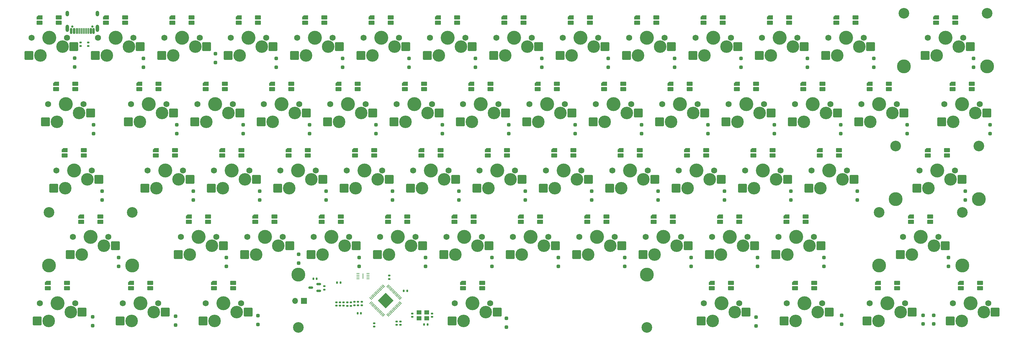
<source format=gbr>
%TF.GenerationSoftware,KiCad,Pcbnew,8.0.3*%
%TF.CreationDate,2024-12-09T14:43:44+08:00*%
%TF.ProjectId,PH60_Rev3,50483630-5f52-4657-9633-2e6b69636164,rev?*%
%TF.SameCoordinates,Original*%
%TF.FileFunction,Soldermask,Bot*%
%TF.FilePolarity,Negative*%
%FSLAX46Y46*%
G04 Gerber Fmt 4.6, Leading zero omitted, Abs format (unit mm)*
G04 Created by KiCad (PCBNEW 8.0.3) date 2024-12-09 14:43:44*
%MOMM*%
%LPD*%
G01*
G04 APERTURE LIST*
G04 Aperture macros list*
%AMRoundRect*
0 Rectangle with rounded corners*
0 $1 Rounding radius*
0 $2 $3 $4 $5 $6 $7 $8 $9 X,Y pos of 4 corners*
0 Add a 4 corners polygon primitive as box body*
4,1,4,$2,$3,$4,$5,$6,$7,$8,$9,$2,$3,0*
0 Add four circle primitives for the rounded corners*
1,1,$1+$1,$2,$3*
1,1,$1+$1,$4,$5*
1,1,$1+$1,$6,$7*
1,1,$1+$1,$8,$9*
0 Add four rect primitives between the rounded corners*
20,1,$1+$1,$2,$3,$4,$5,0*
20,1,$1+$1,$4,$5,$6,$7,0*
20,1,$1+$1,$6,$7,$8,$9,0*
20,1,$1+$1,$8,$9,$2,$3,0*%
%AMRotRect*
0 Rectangle, with rotation*
0 The origin of the aperture is its center*
0 $1 length*
0 $2 width*
0 $3 Rotation angle, in degrees counterclockwise*
0 Add horizontal line*
21,1,$1,$2,0,0,$3*%
%AMFreePoly0*
4,1,18,-0.600000,0.730000,-0.590866,0.775922,-0.564853,0.814853,-0.525922,0.840866,-0.480000,0.850000,0.480000,0.850000,0.525922,0.840866,0.564853,0.814853,0.590866,0.775922,0.600000,0.730000,0.600000,-0.730000,0.590866,-0.775922,0.564853,-0.814853,0.525922,-0.840866,0.480000,-0.850000,-0.120000,-0.850000,-0.600000,-0.370000,-0.600000,0.730000,-0.600000,0.730000,$1*%
G04 Aperture macros list end*
%ADD10C,3.048000*%
%ADD11C,3.987800*%
%ADD12RoundRect,0.250000X1.025000X1.000000X-1.025000X1.000000X-1.025000X-1.000000X1.025000X-1.000000X0*%
%ADD13C,1.750000*%
%ADD14C,4.000000*%
%ADD15C,3.600000*%
%ADD16RoundRect,0.250000X0.250000X-0.250000X0.250000X0.250000X-0.250000X0.250000X-0.250000X-0.250000X0*%
%ADD17RoundRect,0.120000X-0.730000X0.480000X-0.730000X-0.480000X0.730000X-0.480000X0.730000X0.480000X0*%
%ADD18FreePoly0,270.000000*%
%ADD19RoundRect,0.140000X0.140000X0.170000X-0.140000X0.170000X-0.140000X-0.170000X0.140000X-0.170000X0*%
%ADD20RoundRect,0.140000X0.170000X-0.140000X0.170000X0.140000X-0.170000X0.140000X-0.170000X-0.140000X0*%
%ADD21RoundRect,0.140000X-0.170000X0.140000X-0.170000X-0.140000X0.170000X-0.140000X0.170000X0.140000X0*%
%ADD22RoundRect,0.150000X0.512500X0.150000X-0.512500X0.150000X-0.512500X-0.150000X0.512500X-0.150000X0*%
%ADD23RoundRect,0.050000X0.238649X0.309359X-0.309359X-0.238649X-0.238649X-0.309359X0.309359X0.238649X0*%
%ADD24RoundRect,0.050000X-0.238649X0.309359X-0.309359X0.238649X0.238649X-0.309359X0.309359X-0.238649X0*%
%ADD25RotRect,3.200000X3.200000X225.000000*%
%ADD26RoundRect,0.135000X0.135000X0.185000X-0.135000X0.185000X-0.135000X-0.185000X0.135000X-0.185000X0*%
%ADD27RoundRect,0.135000X-0.185000X0.135000X-0.185000X-0.135000X0.185000X-0.135000X0.185000X0.135000X0*%
%ADD28RoundRect,0.135000X0.185000X-0.135000X0.185000X0.135000X-0.185000X0.135000X-0.185000X-0.135000X0*%
%ADD29R,1.700000X1.700000*%
%ADD30O,1.700000X1.700000*%
%ADD31RoundRect,0.140000X-0.140000X-0.170000X0.140000X-0.170000X0.140000X0.170000X-0.140000X0.170000X0*%
%ADD32RoundRect,0.062500X0.387500X0.062500X-0.387500X0.062500X-0.387500X-0.062500X0.387500X-0.062500X0*%
%ADD33R,0.200000X1.600000*%
%ADD34RoundRect,0.135000X-0.135000X-0.185000X0.135000X-0.185000X0.135000X0.185000X-0.135000X0.185000X0*%
%ADD35C,0.650000*%
%ADD36RoundRect,0.150000X-0.150000X-0.670000X0.150000X-0.670000X0.150000X0.670000X-0.150000X0.670000X0*%
%ADD37RoundRect,0.075000X-0.075000X-0.745000X0.075000X-0.745000X0.075000X0.745000X-0.075000X0.745000X0*%
%ADD38O,1.000000X1.600000*%
%ADD39O,1.000000X2.100000*%
%ADD40R,1.400000X1.200000*%
G04 APERTURE END LIST*
D10*
%TO.C,ST1*%
X280955800Y-69215000D03*
D11*
X280955800Y-84425000D03*
D10*
X304831800Y-69215000D03*
D11*
X304831800Y-84425000D03*
%TD*%
D12*
%TO.C,S30*%
X78522500Y-78740000D03*
D13*
X76517500Y-76200000D03*
D14*
X71437500Y-76200000D03*
D13*
X66357500Y-76200000D03*
D12*
X65595500Y-81280000D03*
D15*
X75247500Y-78740000D03*
X68897500Y-81280000D03*
%TD*%
D12*
%TO.C,S27*%
X283310000Y-59690000D03*
D13*
X281305000Y-57150000D03*
D14*
X276225000Y-57150000D03*
D13*
X271145000Y-57150000D03*
D12*
X270383000Y-62230000D03*
D15*
X280035000Y-59690000D03*
X273685000Y-62230000D03*
%TD*%
D12*
%TO.C,S32*%
X116622500Y-78740000D03*
D13*
X114617500Y-76200000D03*
D14*
X109537500Y-76200000D03*
D13*
X104457500Y-76200000D03*
D12*
X103695500Y-81280000D03*
D15*
X113347500Y-78740000D03*
X106997500Y-81280000D03*
%TD*%
D12*
%TO.C,S38*%
X230922500Y-78740000D03*
D13*
X228917500Y-76200000D03*
D14*
X223837500Y-76200000D03*
D13*
X218757500Y-76200000D03*
D12*
X217995500Y-81280000D03*
D15*
X227647500Y-78740000D03*
X221297500Y-81280000D03*
%TD*%
D12*
%TO.C,S35*%
X173772500Y-78740000D03*
D13*
X171767500Y-76200000D03*
D14*
X166687500Y-76200000D03*
D13*
X161607500Y-76200000D03*
D12*
X160845500Y-81280000D03*
D15*
X170497500Y-78740000D03*
X164147500Y-81280000D03*
%TD*%
D12*
%TO.C,S4*%
X102335000Y-40640000D03*
D13*
X100330000Y-38100000D03*
D14*
X95250000Y-38100000D03*
D13*
X90170000Y-38100000D03*
D12*
X89408000Y-43180000D03*
D15*
X99060000Y-40640000D03*
X92710000Y-43180000D03*
%TD*%
D12*
%TO.C,S2*%
X64235000Y-40640000D03*
D13*
X62230000Y-38100000D03*
D14*
X57150000Y-38100000D03*
D13*
X52070000Y-38100000D03*
D12*
X51308000Y-43180000D03*
D15*
X60960000Y-40640000D03*
X54610000Y-43180000D03*
%TD*%
D12*
%TO.C,S22*%
X188060000Y-59690000D03*
D13*
X186055000Y-57150000D03*
D14*
X180975000Y-57150000D03*
D13*
X175895000Y-57150000D03*
D12*
X175133000Y-62230000D03*
D15*
X184785000Y-59690000D03*
X178435000Y-62230000D03*
%TD*%
D12*
%TO.C,S28*%
X307122500Y-59690000D03*
D13*
X305117500Y-57150000D03*
D14*
X300037500Y-57150000D03*
D13*
X294957500Y-57150000D03*
D12*
X294195500Y-62230000D03*
D15*
X303847500Y-59690000D03*
X297497500Y-62230000D03*
%TD*%
D12*
%TO.C,S46*%
X145197500Y-97790000D03*
D13*
X143192500Y-95250000D03*
D14*
X138112500Y-95250000D03*
D13*
X133032500Y-95250000D03*
D12*
X132270500Y-100330000D03*
D15*
X141922500Y-97790000D03*
X135572500Y-100330000D03*
%TD*%
D12*
%TO.C,S1*%
X45185000Y-40640000D03*
D13*
X43180000Y-38100000D03*
D14*
X38100000Y-38100000D03*
D13*
X33020000Y-38100000D03*
D12*
X32258000Y-43180000D03*
D15*
X41910000Y-40640000D03*
X35560000Y-43180000D03*
%TD*%
D12*
%TO.C,S54*%
X47566250Y-116840000D03*
D13*
X45561250Y-114300000D03*
D14*
X40481250Y-114300000D03*
D13*
X35401250Y-114300000D03*
D12*
X34639250Y-119380000D03*
D15*
X44291250Y-116840000D03*
X37941250Y-119380000D03*
%TD*%
D12*
%TO.C,S10*%
X216635000Y-40640000D03*
D13*
X214630000Y-38100000D03*
D14*
X209550000Y-38100000D03*
D13*
X204470000Y-38100000D03*
D12*
X203708000Y-43180000D03*
D15*
X213360000Y-40640000D03*
X207010000Y-43180000D03*
%TD*%
D10*
%TO.C,ST0*%
X283337000Y-31115000D03*
D11*
X283337000Y-46325000D03*
D10*
X307213000Y-31115000D03*
D11*
X307213000Y-46325000D03*
%TD*%
D12*
%TO.C,S34*%
X154722500Y-78740000D03*
D13*
X152717500Y-76200000D03*
D14*
X147637500Y-76200000D03*
D13*
X142557500Y-76200000D03*
D12*
X141795500Y-81280000D03*
D15*
X151447500Y-78740000D03*
X145097500Y-81280000D03*
%TD*%
D12*
%TO.C,S15*%
X49947500Y-59690000D03*
D13*
X47942500Y-57150000D03*
D14*
X42862500Y-57150000D03*
D13*
X37782500Y-57150000D03*
D12*
X37020500Y-62230000D03*
D15*
X46672500Y-59690000D03*
X40322500Y-62230000D03*
%TD*%
D12*
%TO.C,S56*%
X95191250Y-116840000D03*
D13*
X93186250Y-114300000D03*
D14*
X88106250Y-114300000D03*
D13*
X83026250Y-114300000D03*
D12*
X82264250Y-119380000D03*
D15*
X91916250Y-116840000D03*
X85566250Y-119380000D03*
%TD*%
D10*
%TO.C,ST4*%
X209543750Y-121285000D03*
D11*
X209543750Y-106075000D03*
D10*
X109543750Y-121285000D03*
D11*
X109543750Y-106075000D03*
%TD*%
D12*
%TO.C,S20*%
X149960000Y-59690000D03*
D13*
X147955000Y-57150000D03*
D14*
X142875000Y-57150000D03*
D13*
X137795000Y-57150000D03*
D12*
X137033000Y-62230000D03*
D15*
X146685000Y-59690000D03*
X140335000Y-62230000D03*
%TD*%
D12*
%TO.C,S17*%
X92810000Y-59690000D03*
D13*
X90805000Y-57150000D03*
D14*
X85725000Y-57150000D03*
D13*
X80645000Y-57150000D03*
D12*
X79883000Y-62230000D03*
D15*
X89535000Y-59690000D03*
X83185000Y-62230000D03*
%TD*%
D12*
%TO.C,S31*%
X97572500Y-78740000D03*
D13*
X95567500Y-76200000D03*
D14*
X90487500Y-76200000D03*
D13*
X85407500Y-76200000D03*
D12*
X84645500Y-81280000D03*
D15*
X94297500Y-78740000D03*
X87947500Y-81280000D03*
%TD*%
D10*
%TO.C,ST2*%
X276193300Y-88265000D03*
D11*
X276193300Y-103475000D03*
D10*
X300069300Y-88265000D03*
D11*
X300069300Y-103475000D03*
%TD*%
D12*
%TO.C,S48*%
X183297500Y-97790000D03*
D13*
X181292500Y-95250000D03*
D14*
X176212500Y-95250000D03*
D13*
X171132500Y-95250000D03*
D12*
X170370500Y-100330000D03*
D15*
X180022500Y-97790000D03*
X173672500Y-100330000D03*
%TD*%
D12*
%TO.C,S51*%
X240447500Y-97790000D03*
D13*
X238442500Y-95250000D03*
D14*
X233362500Y-95250000D03*
D13*
X228282500Y-95250000D03*
D12*
X227520500Y-100330000D03*
D15*
X237172500Y-97790000D03*
X230822500Y-100330000D03*
%TD*%
D12*
%TO.C,S23*%
X207110000Y-59690000D03*
D13*
X205105000Y-57150000D03*
D14*
X200025000Y-57150000D03*
D13*
X194945000Y-57150000D03*
D12*
X194183000Y-62230000D03*
D15*
X203835000Y-59690000D03*
X197485000Y-62230000D03*
%TD*%
D12*
%TO.C,S50*%
X221397500Y-97790000D03*
D13*
X219392500Y-95250000D03*
D14*
X214312500Y-95250000D03*
D13*
X209232500Y-95250000D03*
D12*
X208470500Y-100330000D03*
D15*
X218122500Y-97790000D03*
X211772500Y-100330000D03*
%TD*%
D12*
%TO.C,S18*%
X111860000Y-59690000D03*
D13*
X109855000Y-57150000D03*
D14*
X104775000Y-57150000D03*
D13*
X99695000Y-57150000D03*
D12*
X98933000Y-62230000D03*
D15*
X108585000Y-59690000D03*
X102235000Y-62230000D03*
%TD*%
D12*
%TO.C,S33*%
X135672500Y-78740000D03*
D13*
X133667500Y-76200000D03*
D14*
X128587500Y-76200000D03*
D13*
X123507500Y-76200000D03*
D12*
X122745500Y-81280000D03*
D15*
X132397500Y-78740000D03*
X126047500Y-81280000D03*
%TD*%
D12*
%TO.C,S16*%
X73760000Y-59690000D03*
D13*
X71755000Y-57150000D03*
D14*
X66675000Y-57150000D03*
D13*
X61595000Y-57150000D03*
D12*
X60833000Y-62230000D03*
D15*
X70485000Y-59690000D03*
X64135000Y-62230000D03*
%TD*%
D12*
%TO.C,S60*%
X285691250Y-116840000D03*
D13*
X283686250Y-114300000D03*
D14*
X278606250Y-114300000D03*
D13*
X273526250Y-114300000D03*
D12*
X272764250Y-119380000D03*
D15*
X282416250Y-116840000D03*
X276066250Y-119380000D03*
%TD*%
D12*
%TO.C,S43*%
X88047500Y-97790000D03*
D13*
X86042500Y-95250000D03*
D14*
X80962500Y-95250000D03*
D13*
X75882500Y-95250000D03*
D12*
X75120500Y-100330000D03*
D15*
X84772500Y-97790000D03*
X78422500Y-100330000D03*
%TD*%
D12*
%TO.C,S58*%
X238066250Y-116840000D03*
D13*
X236061250Y-114300000D03*
D14*
X230981250Y-114300000D03*
D13*
X225901250Y-114300000D03*
D12*
X225139250Y-119380000D03*
D15*
X234791250Y-116840000D03*
X228441250Y-119380000D03*
%TD*%
D12*
%TO.C,S24*%
X226160000Y-59690000D03*
D13*
X224155000Y-57150000D03*
D14*
X219075000Y-57150000D03*
D13*
X213995000Y-57150000D03*
D12*
X213233000Y-62230000D03*
D15*
X222885000Y-59690000D03*
X216535000Y-62230000D03*
%TD*%
D12*
%TO.C,S29*%
X52328750Y-78740000D03*
D13*
X50323750Y-76200000D03*
D14*
X45243750Y-76200000D03*
D13*
X40163750Y-76200000D03*
D12*
X39401750Y-81280000D03*
D15*
X49053750Y-78740000D03*
X42703750Y-81280000D03*
%TD*%
D12*
%TO.C,S37*%
X211872500Y-78740000D03*
D13*
X209867500Y-76200000D03*
D14*
X204787500Y-76200000D03*
D13*
X199707500Y-76200000D03*
D12*
X198945500Y-81280000D03*
D15*
X208597500Y-78740000D03*
X202247500Y-81280000D03*
%TD*%
D12*
%TO.C,S3*%
X83285000Y-40640000D03*
D13*
X81280000Y-38100000D03*
D14*
X76200000Y-38100000D03*
D13*
X71120000Y-38100000D03*
D12*
X70358000Y-43180000D03*
D15*
X80010000Y-40640000D03*
X73660000Y-43180000D03*
%TD*%
D12*
%TO.C,S61*%
X309503750Y-116840000D03*
D13*
X307498750Y-114300000D03*
D14*
X302418750Y-114300000D03*
D13*
X297338750Y-114300000D03*
D12*
X296576750Y-119380000D03*
D15*
X306228750Y-116840000D03*
X299878750Y-119380000D03*
%TD*%
D12*
%TO.C,S36*%
X192822500Y-78740000D03*
D13*
X190817500Y-76200000D03*
D14*
X185737500Y-76200000D03*
D13*
X180657500Y-76200000D03*
D12*
X179895500Y-81280000D03*
D15*
X189547500Y-78740000D03*
X183197500Y-81280000D03*
%TD*%
D12*
%TO.C,S6*%
X140435000Y-40640000D03*
D13*
X138430000Y-38100000D03*
D14*
X133350000Y-38100000D03*
D13*
X128270000Y-38100000D03*
D12*
X127508000Y-43180000D03*
D15*
X137160000Y-40640000D03*
X130810000Y-43180000D03*
%TD*%
D10*
%TO.C,ST3*%
X38068250Y-88265000D03*
D11*
X38068250Y-103475000D03*
D10*
X61944250Y-88265000D03*
D11*
X61944250Y-103475000D03*
%TD*%
D12*
%TO.C,S55*%
X71378750Y-116840000D03*
D13*
X69373750Y-114300000D03*
D14*
X64293750Y-114300000D03*
D13*
X59213750Y-114300000D03*
D12*
X58451750Y-119380000D03*
D15*
X68103750Y-116840000D03*
X61753750Y-119380000D03*
%TD*%
D12*
%TO.C,S25*%
X245210000Y-59690000D03*
D13*
X243205000Y-57150000D03*
D14*
X238125000Y-57150000D03*
D13*
X233045000Y-57150000D03*
D12*
X232283000Y-62230000D03*
D15*
X241935000Y-59690000D03*
X235585000Y-62230000D03*
%TD*%
D12*
%TO.C,S9*%
X197585000Y-40640000D03*
D13*
X195580000Y-38100000D03*
D14*
X190500000Y-38100000D03*
D13*
X185420000Y-38100000D03*
D12*
X184658000Y-43180000D03*
D15*
X194310000Y-40640000D03*
X187960000Y-43180000D03*
%TD*%
D12*
%TO.C,S26*%
X264260000Y-59690000D03*
D13*
X262255000Y-57150000D03*
D14*
X257175000Y-57150000D03*
D13*
X252095000Y-57150000D03*
D12*
X251333000Y-62230000D03*
D15*
X260985000Y-59690000D03*
X254635000Y-62230000D03*
%TD*%
D12*
%TO.C,S11*%
X235685000Y-40640000D03*
D13*
X233680000Y-38100000D03*
D14*
X228600000Y-38100000D03*
D13*
X223520000Y-38100000D03*
D12*
X222758000Y-43180000D03*
D15*
X232410000Y-40640000D03*
X226060000Y-43180000D03*
%TD*%
D12*
%TO.C,S59*%
X261878750Y-116840000D03*
D13*
X259873750Y-114300000D03*
D14*
X254793750Y-114300000D03*
D13*
X249713750Y-114300000D03*
D12*
X248951750Y-119380000D03*
D15*
X258603750Y-116840000D03*
X252253750Y-119380000D03*
%TD*%
D12*
%TO.C,S53*%
X295216250Y-97790000D03*
D13*
X293211250Y-95250000D03*
D14*
X288131250Y-95250000D03*
D13*
X283051250Y-95250000D03*
D12*
X282289250Y-100330000D03*
D15*
X291941250Y-97790000D03*
X285591250Y-100330000D03*
%TD*%
D12*
%TO.C,S12*%
X254735000Y-40640000D03*
D13*
X252730000Y-38100000D03*
D14*
X247650000Y-38100000D03*
D13*
X242570000Y-38100000D03*
D12*
X241808000Y-43180000D03*
D15*
X251460000Y-40640000D03*
X245110000Y-43180000D03*
%TD*%
D12*
%TO.C,S57*%
X166628750Y-116840000D03*
D13*
X164623750Y-114300000D03*
D14*
X159543750Y-114300000D03*
D13*
X154463750Y-114300000D03*
D12*
X153701750Y-119380000D03*
D15*
X163353750Y-116840000D03*
X157003750Y-119380000D03*
%TD*%
D12*
%TO.C,S8*%
X178535000Y-40640000D03*
D13*
X176530000Y-38100000D03*
D14*
X171450000Y-38100000D03*
D13*
X166370000Y-38100000D03*
D12*
X165608000Y-43180000D03*
D15*
X175260000Y-40640000D03*
X168910000Y-43180000D03*
%TD*%
D12*
%TO.C,S13*%
X273785000Y-40640000D03*
D13*
X271780000Y-38100000D03*
D14*
X266700000Y-38100000D03*
D13*
X261620000Y-38100000D03*
D12*
X260858000Y-43180000D03*
D15*
X270510000Y-40640000D03*
X264160000Y-43180000D03*
%TD*%
D12*
%TO.C,S14*%
X302360000Y-40640000D03*
D13*
X300355000Y-38100000D03*
D14*
X295275000Y-38100000D03*
D13*
X290195000Y-38100000D03*
D12*
X289433000Y-43180000D03*
D15*
X299085000Y-40640000D03*
X292735000Y-43180000D03*
%TD*%
D12*
%TO.C,S21*%
X169010000Y-59690000D03*
D13*
X167005000Y-57150000D03*
D14*
X161925000Y-57150000D03*
D13*
X156845000Y-57150000D03*
D12*
X156083000Y-62230000D03*
D15*
X165735000Y-59690000D03*
X159385000Y-62230000D03*
%TD*%
D12*
%TO.C,S19*%
X130910000Y-59690000D03*
D13*
X128905000Y-57150000D03*
D14*
X123825000Y-57150000D03*
D13*
X118745000Y-57150000D03*
D12*
X117983000Y-62230000D03*
D15*
X127635000Y-59690000D03*
X121285000Y-62230000D03*
%TD*%
D12*
%TO.C,S5*%
X121385000Y-40640000D03*
D13*
X119380000Y-38100000D03*
D14*
X114300000Y-38100000D03*
D13*
X109220000Y-38100000D03*
D12*
X108458000Y-43180000D03*
D15*
X118110000Y-40640000D03*
X111760000Y-43180000D03*
%TD*%
D12*
%TO.C,S45*%
X126147500Y-97790000D03*
D13*
X124142500Y-95250000D03*
D14*
X119062500Y-95250000D03*
D13*
X113982500Y-95250000D03*
D12*
X113220500Y-100330000D03*
D15*
X122872500Y-97790000D03*
X116522500Y-100330000D03*
%TD*%
D12*
%TO.C,S52*%
X259497500Y-97790000D03*
D13*
X257492500Y-95250000D03*
D14*
X252412500Y-95250000D03*
D13*
X247332500Y-95250000D03*
D12*
X246570500Y-100330000D03*
D15*
X256222500Y-97790000D03*
X249872500Y-100330000D03*
%TD*%
D12*
%TO.C,S7*%
X159485000Y-40640000D03*
D13*
X157480000Y-38100000D03*
D14*
X152400000Y-38100000D03*
D13*
X147320000Y-38100000D03*
D12*
X146558000Y-43180000D03*
D15*
X156210000Y-40640000D03*
X149860000Y-43180000D03*
%TD*%
D12*
%TO.C,S41*%
X299978750Y-78740000D03*
D13*
X297973750Y-76200000D03*
D14*
X292893750Y-76200000D03*
D13*
X287813750Y-76200000D03*
D12*
X287051750Y-81280000D03*
D15*
X296703750Y-78740000D03*
X290353750Y-81280000D03*
%TD*%
D12*
%TO.C,S49*%
X202347500Y-97790000D03*
D13*
X200342500Y-95250000D03*
D14*
X195262500Y-95250000D03*
D13*
X190182500Y-95250000D03*
D12*
X189420500Y-100330000D03*
D15*
X199072500Y-97790000D03*
X192722500Y-100330000D03*
%TD*%
D12*
%TO.C,S44*%
X107097500Y-97790000D03*
D13*
X105092500Y-95250000D03*
D14*
X100012500Y-95250000D03*
D13*
X94932500Y-95250000D03*
D12*
X94170500Y-100330000D03*
D15*
X103822500Y-97790000D03*
X97472500Y-100330000D03*
%TD*%
D12*
%TO.C,S39*%
X249972500Y-78740000D03*
D13*
X247967500Y-76200000D03*
D14*
X242887500Y-76200000D03*
D13*
X237807500Y-76200000D03*
D12*
X237045500Y-81280000D03*
D15*
X246697500Y-78740000D03*
X240347500Y-81280000D03*
%TD*%
D12*
%TO.C,S40*%
X269022500Y-78740000D03*
D13*
X267017500Y-76200000D03*
D14*
X261937500Y-76200000D03*
D13*
X256857500Y-76200000D03*
D12*
X256095500Y-81280000D03*
D15*
X265747500Y-78740000D03*
X259397500Y-81280000D03*
%TD*%
D12*
%TO.C,S47*%
X164247500Y-97790000D03*
D13*
X162242500Y-95250000D03*
D14*
X157162500Y-95250000D03*
D13*
X152082500Y-95250000D03*
D12*
X151320500Y-100330000D03*
D15*
X160972500Y-97790000D03*
X154622500Y-100330000D03*
%TD*%
D12*
%TO.C,S42*%
X57091250Y-97790000D03*
D13*
X55086250Y-95250000D03*
D14*
X50006250Y-95250000D03*
D13*
X44926250Y-95250000D03*
D12*
X44164250Y-100330000D03*
D15*
X53816250Y-97790000D03*
X47466250Y-100330000D03*
%TD*%
D16*
%TO.C,D21*%
X169924999Y-65600000D03*
X169924999Y-63100000D03*
%TD*%
D17*
%TO.C,RGB20*%
X145625000Y-52820000D03*
X145625000Y-51320000D03*
D18*
X140125000Y-51320000D03*
D17*
X140125000Y-52820000D03*
%TD*%
D19*
%TO.C,C13*%
X127555000Y-117185000D03*
X126595000Y-117185000D03*
%TD*%
D20*
%TO.C,C3*%
X147975000Y-118225000D03*
X147975000Y-117265000D03*
%TD*%
D16*
%TO.C,D46*%
X146112499Y-103700000D03*
X146112499Y-101200000D03*
%TD*%
%TO.C,D55*%
X74335000Y-120535000D03*
X74335000Y-118035000D03*
%TD*%
D17*
%TO.C,RGB58*%
X233731250Y-109970000D03*
X233731250Y-108470000D03*
D18*
X228231250Y-108470000D03*
D17*
X228231250Y-109970000D03*
%TD*%
%TO.C,RGB14*%
X298025000Y-33770000D03*
X298025000Y-32270000D03*
D18*
X292525000Y-32270000D03*
D17*
X292525000Y-33770000D03*
%TD*%
D21*
%TO.C,C8*%
X120485000Y-114015000D03*
X120485000Y-114975000D03*
%TD*%
D20*
%TO.C,C18*%
X117065000Y-110375000D03*
X117065000Y-109415000D03*
%TD*%
D22*
%TO.C,U1*%
X115425000Y-108825000D03*
X115425000Y-110725000D03*
X113150000Y-109775000D03*
%TD*%
D17*
%TO.C,RGB55*%
X67043750Y-109970000D03*
X67043750Y-108470000D03*
D18*
X61543750Y-108470000D03*
D17*
X61543750Y-109970000D03*
%TD*%
%TO.C,RGB42*%
X52756250Y-90920000D03*
X52756250Y-89420000D03*
D18*
X47256250Y-89420000D03*
D17*
X47256250Y-90920000D03*
%TD*%
D16*
%TO.C,D7*%
X160399999Y-46550000D03*
X160399999Y-44050000D03*
%TD*%
D23*
%TO.C,U3*%
X135227202Y-109271249D03*
X135510045Y-109554092D03*
X135792887Y-109836934D03*
X136075730Y-110119777D03*
X136358573Y-110402620D03*
X136641415Y-110685462D03*
X136924258Y-110968305D03*
X137207101Y-111251148D03*
X137489944Y-111533991D03*
X137772786Y-111816833D03*
X138055629Y-112099676D03*
X138338472Y-112382519D03*
X138621314Y-112665361D03*
X138904157Y-112948204D03*
D24*
X138904157Y-114132608D03*
X138621314Y-114415451D03*
X138338472Y-114698293D03*
X138055629Y-114981136D03*
X137772786Y-115263979D03*
X137489944Y-115546821D03*
X137207101Y-115829664D03*
X136924258Y-116112507D03*
X136641415Y-116395350D03*
X136358573Y-116678192D03*
X136075730Y-116961035D03*
X135792887Y-117243878D03*
X135510045Y-117526720D03*
X135227202Y-117809563D03*
D23*
X134042798Y-117809563D03*
X133759955Y-117526720D03*
X133477113Y-117243878D03*
X133194270Y-116961035D03*
X132911427Y-116678192D03*
X132628585Y-116395350D03*
X132345742Y-116112507D03*
X132062899Y-115829664D03*
X131780056Y-115546821D03*
X131497214Y-115263979D03*
X131214371Y-114981136D03*
X130931528Y-114698293D03*
X130648686Y-114415451D03*
X130365843Y-114132608D03*
D24*
X130365843Y-112948204D03*
X130648686Y-112665361D03*
X130931528Y-112382519D03*
X131214371Y-112099676D03*
X131497214Y-111816833D03*
X131780056Y-111533991D03*
X132062899Y-111251148D03*
X132345742Y-110968305D03*
X132628585Y-110685462D03*
X132911427Y-110402620D03*
X133194270Y-110119777D03*
X133477113Y-109836934D03*
X133759955Y-109554092D03*
X134042798Y-109271249D03*
D25*
X134635000Y-113540406D03*
%TD*%
D16*
%TO.C,D15*%
X50862499Y-65600000D03*
X50862499Y-63100000D03*
%TD*%
D17*
%TO.C,RGB57*%
X162293750Y-109970000D03*
X162293750Y-108470000D03*
D18*
X156793750Y-108470000D03*
D17*
X156793750Y-109970000D03*
%TD*%
%TO.C,RGB38*%
X226587500Y-71870000D03*
X226587500Y-70370000D03*
D18*
X221087500Y-70370000D03*
D17*
X221087500Y-71870000D03*
%TD*%
%TO.C,RGB37*%
X207537500Y-71870000D03*
X207537500Y-70370000D03*
D18*
X202037500Y-70370000D03*
D17*
X202037500Y-71870000D03*
%TD*%
D16*
%TO.C,D22*%
X188974999Y-65600000D03*
X188974999Y-63100000D03*
%TD*%
%TO.C,D44*%
X109705000Y-102785000D03*
X109705000Y-100285000D03*
%TD*%
D26*
%TO.C,R5*%
X146635000Y-120365000D03*
X145615000Y-120365000D03*
%TD*%
D17*
%TO.C,RGB52*%
X255162500Y-90920000D03*
X255162500Y-89420000D03*
D18*
X249662500Y-89420000D03*
D17*
X249662500Y-90920000D03*
%TD*%
D27*
%TO.C,R7*%
X49335000Y-39475000D03*
X49335000Y-40495000D03*
%TD*%
D16*
%TO.C,D58*%
X240945000Y-120805000D03*
X240945000Y-118305000D03*
%TD*%
%TO.C,D20*%
X150874999Y-65600000D03*
X150874999Y-63100000D03*
%TD*%
D17*
%TO.C,RGB3*%
X78950000Y-33770000D03*
X78950000Y-32270000D03*
D18*
X73450000Y-32270000D03*
D17*
X73450000Y-33770000D03*
%TD*%
%TO.C,RGB60*%
X281356250Y-109970000D03*
X281356250Y-108470000D03*
D18*
X275856250Y-108470000D03*
D17*
X275856250Y-109970000D03*
%TD*%
%TO.C,RGB5*%
X117050000Y-33770000D03*
X117050000Y-32270000D03*
D18*
X111550000Y-32270000D03*
D17*
X111550000Y-33770000D03*
%TD*%
%TO.C,RGB16*%
X69425000Y-52820000D03*
X69425000Y-51320000D03*
D18*
X63925000Y-51320000D03*
D17*
X63925000Y-52820000D03*
%TD*%
D16*
%TO.C,D19*%
X131824999Y-65600000D03*
X131824999Y-63100000D03*
%TD*%
D21*
%TO.C,C16*%
X122545000Y-114025000D03*
X122545000Y-114985000D03*
%TD*%
D16*
%TO.C,D4*%
X103249999Y-46550000D03*
X103249999Y-44050000D03*
%TD*%
%TO.C,D13*%
X274699999Y-46550000D03*
X274699999Y-44050000D03*
%TD*%
%TO.C,D29*%
X53243749Y-84650000D03*
X53243749Y-82150000D03*
%TD*%
D17*
%TO.C,RGB24*%
X221825000Y-52820000D03*
X221825000Y-51320000D03*
D18*
X216325000Y-51320000D03*
D17*
X216325000Y-52820000D03*
%TD*%
D16*
%TO.C,D11*%
X236599999Y-46550000D03*
X236599999Y-44050000D03*
%TD*%
D20*
%TO.C,C5*%
X135685000Y-107325000D03*
X135685000Y-106365000D03*
%TD*%
D17*
%TO.C,RGB18*%
X107525000Y-52820000D03*
X107525000Y-51320000D03*
D18*
X102025000Y-51320000D03*
D17*
X102025000Y-52820000D03*
%TD*%
%TO.C,RGB27*%
X278975000Y-52820000D03*
X278975000Y-51320000D03*
D18*
X273475000Y-51320000D03*
D17*
X273475000Y-52820000D03*
%TD*%
%TO.C,RGB34*%
X150387500Y-71870000D03*
X150387500Y-70370000D03*
D18*
X144887500Y-70370000D03*
D17*
X144887500Y-71870000D03*
%TD*%
D16*
%TO.C,D42*%
X58006249Y-103700000D03*
X58006249Y-101200000D03*
%TD*%
D17*
%TO.C,RGB47*%
X159912500Y-90920000D03*
X159912500Y-89420000D03*
D18*
X154412500Y-89420000D03*
D17*
X154412500Y-90920000D03*
%TD*%
D21*
%TO.C,C9*%
X131375000Y-120045000D03*
X131375000Y-121005000D03*
%TD*%
D16*
%TO.C,D2*%
X65149999Y-46550000D03*
X65149999Y-44050000D03*
%TD*%
D17*
%TO.C,RGB29*%
X47993750Y-71870000D03*
X47993750Y-70370000D03*
D18*
X42493750Y-70370000D03*
D17*
X42493750Y-71870000D03*
%TD*%
%TO.C,RGB7*%
X155150000Y-33770000D03*
X155150000Y-32270000D03*
D18*
X149650000Y-32270000D03*
D17*
X149650000Y-33770000D03*
%TD*%
D16*
%TO.C,D34*%
X155637499Y-84650000D03*
X155637499Y-82150000D03*
%TD*%
D17*
%TO.C,RGB48*%
X178962500Y-90920000D03*
X178962500Y-89420000D03*
D18*
X173462500Y-89420000D03*
D17*
X173462500Y-90920000D03*
%TD*%
D16*
%TO.C,D27*%
X284224999Y-65600000D03*
X284224999Y-63100000D03*
%TD*%
D17*
%TO.C,RGB4*%
X98000000Y-33770000D03*
X98000000Y-32270000D03*
D18*
X92500000Y-32270000D03*
D17*
X92500000Y-33770000D03*
%TD*%
%TO.C,RGB17*%
X88475000Y-52820000D03*
X88475000Y-51320000D03*
D18*
X82975000Y-51320000D03*
D17*
X82975000Y-52820000D03*
%TD*%
%TO.C,RGB61*%
X305168750Y-109970000D03*
X305168750Y-108470000D03*
D18*
X299668750Y-108470000D03*
D17*
X299668750Y-109970000D03*
%TD*%
%TO.C,RGB9*%
X193250000Y-33770000D03*
X193250000Y-32270000D03*
D18*
X187750000Y-32270000D03*
D17*
X187750000Y-33770000D03*
%TD*%
%TO.C,RGB59*%
X257543750Y-109970000D03*
X257543750Y-108470000D03*
D18*
X252043750Y-108470000D03*
D17*
X252043750Y-109970000D03*
%TD*%
D28*
%TO.C,R3*%
X123625000Y-115045000D03*
X123625000Y-114025000D03*
%TD*%
D16*
%TO.C,D18*%
X112774999Y-65600000D03*
X112774999Y-63100000D03*
%TD*%
%TO.C,D30*%
X79437499Y-84650000D03*
X79437499Y-82150000D03*
%TD*%
%TO.C,D57*%
X169235000Y-121162500D03*
X169235000Y-118662500D03*
%TD*%
%TO.C,D43*%
X88962499Y-103700000D03*
X88962499Y-101200000D03*
%TD*%
%TO.C,D45*%
X127062499Y-103700000D03*
X127062499Y-101200000D03*
%TD*%
D17*
%TO.C,RGB35*%
X169437500Y-71870000D03*
X169437500Y-70370000D03*
D18*
X163937500Y-70370000D03*
D17*
X163937500Y-71870000D03*
%TD*%
D21*
%TO.C,C14*%
X121535000Y-114025000D03*
X121535000Y-114985000D03*
%TD*%
%TO.C,C10*%
X127775000Y-113905000D03*
X127775000Y-114865000D03*
%TD*%
D16*
%TO.C,D31*%
X98487499Y-84650000D03*
X98487499Y-82150000D03*
%TD*%
D27*
%TO.C,R6*%
X47135000Y-39475000D03*
X47135000Y-40495000D03*
%TD*%
D16*
%TO.C,D16*%
X74674999Y-65600000D03*
X74674999Y-63100000D03*
%TD*%
D17*
%TO.C,RGB46*%
X140862500Y-90920000D03*
X140862500Y-89420000D03*
D18*
X135362500Y-89420000D03*
D17*
X135362500Y-90920000D03*
%TD*%
D16*
%TO.C,D6*%
X141349999Y-46550000D03*
X141349999Y-44050000D03*
%TD*%
%TO.C,D48*%
X184212499Y-103700000D03*
X184212499Y-101200000D03*
%TD*%
D17*
%TO.C,RGB44*%
X102762500Y-90920000D03*
X102762500Y-89420000D03*
D18*
X97262500Y-89420000D03*
D17*
X97262500Y-90920000D03*
%TD*%
%TO.C,RGB23*%
X202775000Y-52820000D03*
X202775000Y-51320000D03*
D18*
X197275000Y-51320000D03*
D17*
X197275000Y-52820000D03*
%TD*%
%TO.C,RGB50*%
X217062500Y-90920000D03*
X217062500Y-89420000D03*
D18*
X211562500Y-89420000D03*
D17*
X211562500Y-90920000D03*
%TD*%
%TO.C,RGB33*%
X131337500Y-71870000D03*
X131337500Y-70370000D03*
D18*
X125837500Y-70370000D03*
D17*
X125837500Y-71870000D03*
%TD*%
D29*
%TO.C,J2*%
X111160000Y-113625000D03*
D30*
X108620000Y-113625000D03*
%TD*%
D17*
%TO.C,RGB26*%
X259925000Y-52820000D03*
X259925000Y-51320000D03*
D18*
X254425000Y-51320000D03*
D17*
X254425000Y-52820000D03*
%TD*%
D16*
%TO.C,D24*%
X227074999Y-65600000D03*
X227074999Y-63100000D03*
%TD*%
D21*
%TO.C,C2*%
X142285000Y-117225000D03*
X142285000Y-118185000D03*
%TD*%
D16*
%TO.C,D35*%
X174687499Y-84650000D03*
X174687499Y-82150000D03*
%TD*%
%TO.C,D38*%
X231837499Y-84650000D03*
X231837499Y-82150000D03*
%TD*%
D17*
%TO.C,RGB49*%
X198012500Y-90920000D03*
X198012500Y-89420000D03*
D18*
X192512500Y-89420000D03*
D17*
X192512500Y-90920000D03*
%TD*%
D21*
%TO.C,C12*%
X138848472Y-119532519D03*
X138848472Y-120492519D03*
%TD*%
D17*
%TO.C,RGB28*%
X302787500Y-52820000D03*
X302787500Y-51320000D03*
D18*
X297287500Y-51320000D03*
D17*
X297287500Y-52820000D03*
%TD*%
%TO.C,RGB13*%
X269450000Y-33770000D03*
X269450000Y-32270000D03*
D18*
X263950000Y-32270000D03*
D17*
X263950000Y-33770000D03*
%TD*%
%TO.C,RGB12*%
X250400000Y-33770000D03*
X250400000Y-32270000D03*
D18*
X244900000Y-32270000D03*
D17*
X244900000Y-33770000D03*
%TD*%
D31*
%TO.C,C11*%
X139835000Y-110765000D03*
X140795000Y-110765000D03*
%TD*%
D17*
%TO.C,RGB54*%
X43231250Y-109970000D03*
X43231250Y-108470000D03*
D18*
X37731250Y-108470000D03*
D17*
X37731250Y-109970000D03*
%TD*%
%TO.C,RGB41*%
X295643750Y-71870000D03*
X295643750Y-70370000D03*
D18*
X290143750Y-70370000D03*
D17*
X290143750Y-71870000D03*
%TD*%
%TO.C,RGB2*%
X59900000Y-33770000D03*
X59900000Y-32270000D03*
D18*
X54400000Y-32270000D03*
D17*
X54400000Y-33770000D03*
%TD*%
%TO.C,RGB1*%
X40850000Y-33770000D03*
X40850000Y-32270000D03*
D18*
X35350000Y-32270000D03*
D17*
X35350000Y-33770000D03*
%TD*%
D16*
%TO.C,D56*%
X97975000Y-120365000D03*
X97975000Y-117865000D03*
%TD*%
D21*
%TO.C,C15*%
X126715000Y-113905000D03*
X126715000Y-114865000D03*
%TD*%
D16*
%TO.C,D49*%
X203262499Y-103700000D03*
X203262499Y-101200000D03*
%TD*%
D17*
%TO.C,RGB40*%
X264687500Y-71870000D03*
X264687500Y-70370000D03*
D18*
X259187500Y-70370000D03*
D17*
X259187500Y-71870000D03*
%TD*%
%TO.C,RGB22*%
X183725000Y-52820000D03*
X183725000Y-51320000D03*
D18*
X178225000Y-51320000D03*
D17*
X178225000Y-52820000D03*
%TD*%
D16*
%TO.C,D59*%
X265445000Y-120315000D03*
X265445000Y-117815000D03*
%TD*%
D28*
%TO.C,R4*%
X124655000Y-115065000D03*
X124655000Y-114045000D03*
%TD*%
D17*
%TO.C,RGB6*%
X136100000Y-33770000D03*
X136100000Y-32270000D03*
D18*
X130600000Y-32270000D03*
D17*
X130600000Y-33770000D03*
%TD*%
D16*
%TO.C,D54*%
X50535000Y-120715000D03*
X50535000Y-118215000D03*
%TD*%
%TO.C,D17*%
X93724999Y-65600000D03*
X93724999Y-63100000D03*
%TD*%
D17*
%TO.C,RGB53*%
X290881250Y-90920000D03*
X290881250Y-89420000D03*
D18*
X285381250Y-89420000D03*
D17*
X285381250Y-90920000D03*
%TD*%
D16*
%TO.C,D60*%
X288865000Y-120245000D03*
X288865000Y-117745000D03*
%TD*%
D32*
%TO.C,U2*%
X129540000Y-105755000D03*
X129540000Y-106255000D03*
X129540000Y-106755000D03*
X129540000Y-107255000D03*
X126690000Y-107255000D03*
X126690000Y-106755000D03*
X126690000Y-106255000D03*
X126690000Y-105755000D03*
D33*
X128115000Y-106505000D03*
%TD*%
D17*
%TO.C,RGB45*%
X121812500Y-90920000D03*
X121812500Y-89420000D03*
D18*
X116312500Y-89420000D03*
D17*
X116312500Y-90920000D03*
%TD*%
D34*
%TO.C,R1*%
X120715000Y-108415000D03*
X121735000Y-108415000D03*
%TD*%
D35*
%TO.C,J1*%
X44735000Y-34855000D03*
X50515000Y-34855000D03*
D36*
X44425000Y-36180000D03*
X45225000Y-36180000D03*
D37*
X46375000Y-36180000D03*
X47375000Y-36180000D03*
X47875000Y-36180000D03*
X48875000Y-36180000D03*
D36*
X50025000Y-36180000D03*
X50825000Y-36180000D03*
X50825000Y-36180000D03*
X50025000Y-36180000D03*
D37*
X49375000Y-36180000D03*
X48375000Y-36180000D03*
X46875000Y-36180000D03*
X45875000Y-36180000D03*
D36*
X45225000Y-36180000D03*
X44425000Y-36180000D03*
D38*
X43305000Y-31175000D03*
D39*
X43305000Y-35355000D03*
D38*
X51945000Y-31175000D03*
D39*
X51945000Y-35355000D03*
%TD*%
D17*
%TO.C,RGB56*%
X90856250Y-109970000D03*
X90856250Y-108470000D03*
D18*
X85356250Y-108470000D03*
D17*
X85356250Y-109970000D03*
%TD*%
%TO.C,RGB31*%
X93237500Y-71870000D03*
X93237500Y-70370000D03*
D18*
X87737500Y-70370000D03*
D17*
X87737500Y-71870000D03*
%TD*%
D21*
%TO.C,C7*%
X125685000Y-113895000D03*
X125685000Y-114855000D03*
%TD*%
D16*
%TO.C,D26*%
X265174999Y-65600000D03*
X265174999Y-63100000D03*
%TD*%
D17*
%TO.C,RGB25*%
X240875000Y-52820000D03*
X240875000Y-51320000D03*
D18*
X235375000Y-51320000D03*
D17*
X235375000Y-52820000D03*
%TD*%
D16*
%TO.C,D5*%
X122299999Y-46550000D03*
X122299999Y-44050000D03*
%TD*%
D17*
%TO.C,RGB10*%
X212300000Y-33770000D03*
X212300000Y-32270000D03*
D18*
X206800000Y-32270000D03*
D17*
X206800000Y-33770000D03*
%TD*%
D16*
%TO.C,D12*%
X255649999Y-46550000D03*
X255649999Y-44050000D03*
%TD*%
D17*
%TO.C,RGB51*%
X236112500Y-90920000D03*
X236112500Y-89420000D03*
D18*
X230612500Y-89420000D03*
D17*
X230612500Y-90920000D03*
%TD*%
D16*
%TO.C,D9*%
X198499999Y-46550000D03*
X198499999Y-44050000D03*
%TD*%
D17*
%TO.C,RGB8*%
X174200000Y-33770000D03*
X174200000Y-32270000D03*
D18*
X168700000Y-32270000D03*
D17*
X168700000Y-33770000D03*
%TD*%
D16*
%TO.C,D25*%
X246124999Y-65600000D03*
X246124999Y-63100000D03*
%TD*%
D21*
%TO.C,C6*%
X137798472Y-119532519D03*
X137798472Y-120492519D03*
%TD*%
D16*
%TO.C,D53*%
X296131249Y-103700000D03*
X296131249Y-101200000D03*
%TD*%
%TO.C,D23*%
X208024999Y-65600000D03*
X208024999Y-63100000D03*
%TD*%
%TO.C,D28*%
X308037499Y-65600000D03*
X308037499Y-63100000D03*
%TD*%
D40*
%TO.C,Y1*%
X146375000Y-118615000D03*
X144175000Y-118615000D03*
X144175000Y-116915000D03*
X146375000Y-116915000D03*
%TD*%
D17*
%TO.C,RGB15*%
X45612500Y-52820000D03*
X45612500Y-51320000D03*
D18*
X40112500Y-51320000D03*
D17*
X40112500Y-52820000D03*
%TD*%
%TO.C,RGB11*%
X231350000Y-33770000D03*
X231350000Y-32270000D03*
D18*
X225850000Y-32270000D03*
D17*
X225850000Y-33770000D03*
%TD*%
D16*
%TO.C,D32*%
X117537499Y-84650000D03*
X117537499Y-82150000D03*
%TD*%
D17*
%TO.C,RGB32*%
X112287500Y-71870000D03*
X112287500Y-70370000D03*
D18*
X106787500Y-70370000D03*
D17*
X106787500Y-71870000D03*
%TD*%
D16*
%TO.C,D61*%
X291865000Y-120255000D03*
X291865000Y-117755000D03*
%TD*%
%TO.C,D3*%
X85765000Y-45215000D03*
X85765000Y-42715000D03*
%TD*%
D17*
%TO.C,RGB19*%
X126575000Y-52820000D03*
X126575000Y-51320000D03*
D18*
X121075000Y-51320000D03*
D17*
X121075000Y-52820000D03*
%TD*%
D16*
%TO.C,D36*%
X193737499Y-84650000D03*
X193737499Y-82150000D03*
%TD*%
%TO.C,D33*%
X136587499Y-84650000D03*
X136587499Y-82150000D03*
%TD*%
D17*
%TO.C,RGB30*%
X74187500Y-71870000D03*
X74187500Y-70370000D03*
D18*
X68687500Y-70370000D03*
D17*
X68687500Y-71870000D03*
%TD*%
D16*
%TO.C,D10*%
X217549999Y-46550000D03*
X217549999Y-44050000D03*
%TD*%
%TO.C,D1*%
X45445000Y-46445000D03*
X45445000Y-43945000D03*
%TD*%
D17*
%TO.C,RGB39*%
X245637500Y-71870000D03*
X245637500Y-70370000D03*
D18*
X240137500Y-70370000D03*
D17*
X240137500Y-71870000D03*
%TD*%
D16*
%TO.C,D39*%
X250887499Y-84650000D03*
X250887499Y-82150000D03*
%TD*%
%TO.C,D14*%
X303274999Y-46550000D03*
X303274999Y-44050000D03*
%TD*%
%TO.C,D51*%
X241362499Y-103700000D03*
X241362499Y-101200000D03*
%TD*%
%TO.C,D41*%
X300893749Y-84650000D03*
X300893749Y-82150000D03*
%TD*%
D17*
%TO.C,RGB21*%
X164675000Y-52820000D03*
X164675000Y-51320000D03*
D18*
X159175000Y-51320000D03*
D17*
X159175000Y-52820000D03*
%TD*%
D16*
%TO.C,D47*%
X165162499Y-103700000D03*
X165162499Y-101200000D03*
%TD*%
%TO.C,D40*%
X269937499Y-84650000D03*
X269937499Y-82150000D03*
%TD*%
%TO.C,D37*%
X212787499Y-84650000D03*
X212787499Y-82150000D03*
%TD*%
%TO.C,D52*%
X260412499Y-103700000D03*
X260412499Y-101200000D03*
%TD*%
%TO.C,D50*%
X222312499Y-103700000D03*
X222312499Y-101200000D03*
%TD*%
D17*
%TO.C,RGB43*%
X83712500Y-90920000D03*
X83712500Y-89420000D03*
D18*
X78212500Y-89420000D03*
D17*
X78212500Y-90920000D03*
%TD*%
%TO.C,RGB36*%
X188487500Y-71870000D03*
X188487500Y-70370000D03*
D18*
X182987500Y-70370000D03*
D17*
X182987500Y-71870000D03*
%TD*%
D31*
%TO.C,C17*%
X113905000Y-107235000D03*
X114865000Y-107235000D03*
%TD*%
D16*
%TO.C,D8*%
X179449999Y-46550000D03*
X179449999Y-44050000D03*
%TD*%
M02*

</source>
